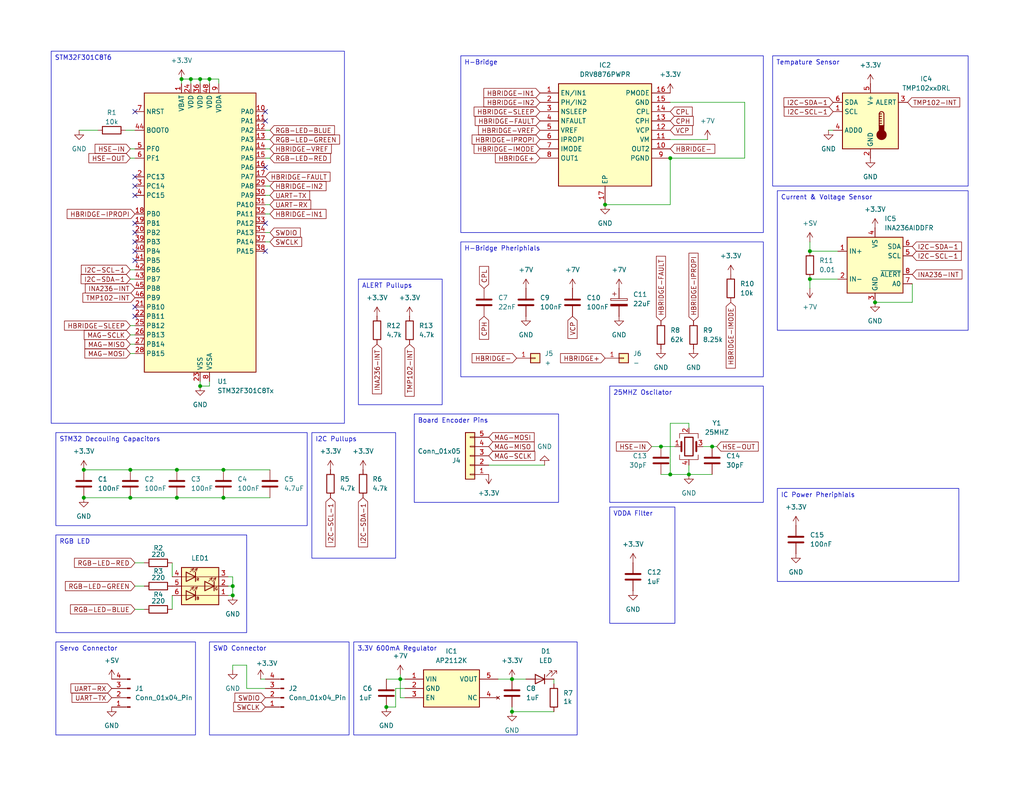
<source format=kicad_sch>
(kicad_sch (version 20250114) (generator "eeschema") (generator_version "9.0")
  (paper "USLetter")
  (lib_symbols
    (symbol "Connector:Conn_01x04_Pin" (pin_names (offset 1.016) (hide yes))
      (property "Reference" "J" (at 0 5.08 0))
      (property "Value" "Conn_01x04_Pin" (at 0 -7.62 0))
      (symbol "Conn_01x04_Pin_1_1"
        (pin passive line (at 5.08 2.54 180) (length 3.81) (name "Pin_1") (number "1"))
        (pin passive line (at 5.08 0 180) (length 3.81) (name "Pin_2") (number "2"))
        (pin passive line (at 5.08 -2.54 180) (length 3.81) (name "Pin_3") (number "3"))
        (pin passive line (at 5.08 -5.08 180) (length 3.81) (name "Pin_4") (number "4"))
      )
    )
    (symbol "Connector_Generic:Conn_01x01" (pin_names (offset 1.016) (hide yes))
      (property "Reference" "J" (at 0 2.54 0))
      (property "Value" "Conn_01x01" (at 0 -2.54 0))
      (symbol "Conn_01x01_1_1"
        (pin passive line (at -5.08 0 0) (length 3.81) (name "Pin_1") (number "1"))
      )
    )
    (symbol "Connector_Generic:Conn_01x05" (pin_names (offset 1.016) (hide yes))
      (property "Reference" "J" (at 0 7.62 0))
      (property "Value" "Conn_01x05" (at 0 -7.62 0))
      (symbol "Conn_01x05_1_1"
        (pin passive line (at -5.08 5.08 0) (length 3.81) (name "Pin_1") (number "1"))
        (pin passive line (at -5.08 2.54 0) (length 3.81) (name "Pin_2") (number "2"))
        (pin passive line (at -5.08 0 0) (length 3.81) (name "Pin_3") (number "3"))
        (pin passive line (at -5.08 -2.54 0) (length 3.81) (name "Pin_4") (number "4"))
        (pin passive line (at -5.08 -5.08 0) (length 3.81) (name "Pin_5") (number "5"))
      )
    )
    (symbol "Custom-Symbols:AP2112"
      (property "Reference" "IC" (at 20.574 7.62 0))
      (property "Value" "AP2112K" (at 20.574 5.08 0))
      (symbol "AP2112_1_1"
        (pin passive line (at 0 0 0) (length 5.08) (name "VIN") (number "1"))
        (pin passive line (at 0 -2.54 0) (length 5.08) (name "GND") (number "2"))
        (pin passive line (at 0 -5.08 0) (length 5.08) (name "EN") (number "3"))
        (pin passive line (at 25.4 0 180) (length 5.08) (name "VOUT") (number "5"))
        (pin no_connect line (at 25.4 -5.08 180) (length 5.08) (name "NC") (number "4"))
      )
    )
    (symbol "Custom-Symbols:DRV8876PWPR"
      (property "Reference" "PS" (at 31.75 7.62 0))
      (property "Value" "DRV8876PWPR" (at 31.75 5.08 0))
      (symbol "DRV8876PWPR_1_1"
        (pin passive line (at 0 0 0) (length 5.08) (name "EN/IN1") (number "1"))
        (pin passive line (at 0 -2.54 0) (length 5.08) (name "PH/IN2") (number "2"))
        (pin passive line (at 0 -5.08 0) (length 5.08) (name "NSLEEP") (number "3"))
        (pin passive line (at 0 -7.62 0) (length 5.08) (name "NFAULT") (number "4"))
        (pin passive line (at 0 -10.16 0) (length 5.08) (name "VREF") (number "5"))
        (pin passive line (at 0 -12.7 0) (length 5.08) (name "IPROPI") (number "6"))
        (pin passive line (at 0 -15.24 0) (length 5.08) (name "IMODE") (number "7"))
        (pin passive line (at 0 -17.78 0) (length 5.08) (name "OUT1") (number "8"))
        (pin passive line (at 17.78 -30.48 90) (length 5.08) (name "EP") (number "17"))
        (pin passive line (at 35.56 0 180) (length 5.08) (name "PMODE") (number "16"))
        (pin passive line (at 35.56 -2.54 180) (length 5.08) (name "GND") (number "15"))
        (pin passive line (at 35.56 -5.08 180) (length 5.08) (name "CPL") (number "14"))
        (pin passive line (at 35.56 -7.62 180) (length 5.08) (name "CPH") (number "13"))
        (pin passive line (at 35.56 -10.16 180) (length 5.08) (name "VCP") (number "12"))
        (pin passive line (at 35.56 -12.7 180) (length 5.08) (name "VM") (number "11"))
        (pin passive line (at 35.56 -15.24 180) (length 5.08) (name "OUT2") (number "10"))
        (pin passive line (at 35.56 -17.78 180) (length 5.08) (name "PGND") (number "9"))
      )
    )
    (symbol "Custom-Symbols:INA236AIDDFR"
      (property "Reference" "IC" (at 4.572 12.446 0))
      (property "Value" "INA236AIDDFR" (at 4.572 9.906 0))
      (symbol "INA236AIDDFR_1_1"
        (pin input line (at -10.16 3.81 0) (length 2.54) (name "IN+") (number "1"))
        (pin input line (at -10.16 -3.81 0) (length 2.54) (name "IN-") (number "2"))
        (pin power_in line (at 0 10.16 270) (length 2.54) (name "VS") (number "4"))
        (pin power_in line (at 0 -10.16 90) (length 2.54) (name "GND") (number "3"))
        (pin bidirectional line (at 10.16 5.08 180) (length 2.54) (name "SDA") (number "6"))
        (pin input line (at 10.16 2.54 180) (length 2.54) (name "SCL") (number "5"))
        (pin open_collector line (at 10.16 -2.54 180) (length 2.54) (name "~{ALERT}") (number "8"))
        (pin input line (at 10.16 -5.08 180) (length 2.54) (name "A0") (number "7"))
      )
    )
    (symbol "Custom-Symbols:RS-3535MWAR"
      (property "Reference" "LED" (at 0 6.35 0))
      (symbol "RS-3535MWAR_0_0"
        (text "B" (at -0.635 -3.3274 0) (effects (font (size 0.762 0.762))))
      )
      (symbol "RS-3535MWAR_1_1"
        (text "R" (at -0.635 1.8034 0) (effects (font (size 0.762 0.762))))
        (text "G" (at 4.4196 -0.7112 0) (effects (font (size 0.762 0.762))))
        (pin passive line (at -7.62 2.54 0) (length 2.54) (name "") (number "4"))
        (pin passive line (at -7.62 0 0) (length 2.54) (name "") (number "5"))
        (pin passive line (at -7.62 -2.54 0) (length 2.54) (name "") (number "6"))
        (pin passive line (at 7.62 2.54 180) (length 2.54) (name "") (number "3"))
        (pin passive line (at 7.62 0 180) (length 2.54) (name "") (number "2"))
        (pin passive line (at 7.62 -2.54 180) (length 2.54) (name "") (number "1"))
      )
    )
    (symbol "Device:C" (pin_numbers (hide yes)) (pin_names (offset 0.254))
      (property "Reference" "C" (at 0.635 2.54 0))
      (property "Value" "C" (at 0.635 -2.54 0))
      (symbol "C_1_1"
        (pin passive line (at 0 3.81 270) (length 2.794) (name "~") (number "1"))
        (pin passive line (at 0 -3.81 90) (length 2.794) (name "~") (number "2"))
      )
    )
    (symbol "Device:C_Polarized" (pin_numbers (hide yes)) (pin_names (offset 0.254))
      (property "Reference" "C" (at 0.635 2.54 0))
      (property "Value" "C_Polarized" (at 0.635 -2.54 0))
      (symbol "C_Polarized_1_1"
        (pin passive line (at 0 3.81 270) (length 2.794) (name "~") (number "1"))
        (pin passive line (at 0 -3.81 90) (length 2.794) (name "~") (number "2"))
      )
    )
    (symbol "Device:Crystal_GND24" (pin_names (offset 1.016) (hide yes))
      (property "Reference" "Y" (at 3.175 5.08 0))
      (property "Value" "Crystal_GND24" (at 3.175 3.175 0))
      (symbol "Crystal_GND24_1_1"
        (pin passive line (at -3.81 0 0) (length 1.27) (name "1") (number "1"))
        (pin passive line (at 0 5.08 270) (length 1.27) (name "2") (number "2"))
        (pin passive line (at 0 -5.08 90) (length 1.27) (name "4") (number "4"))
        (pin passive line (at 3.81 0 180) (length 1.27) (name "3") (number "3"))
      )
    )
    (symbol "Device:LED" (pin_numbers (hide yes)) (pin_names (offset 1.016) (hide yes))
      (property "Reference" "D" (at 0 2.54 0))
      (property "Value" "LED" (at 0 -2.54 0))
      (symbol "LED_1_1"
        (pin passive line (at -3.81 0 0) (length 2.54) (name "K") (number "1"))
        (pin passive line (at 3.81 0 180) (length 2.54) (name "A") (number "2"))
      )
    )
    (symbol "Device:R" (pin_numbers (hide yes)) (pin_names (offset 0))
      (property "Reference" "R" (at 2.032 0 90))
      (property "Value" "R" (at 0 0 90))
      (symbol "R_1_1"
        (pin passive line (at 0 3.81 270) (length 1.27) (name "~") (number "1"))
        (pin passive line (at 0 -3.81 90) (length 1.27) (name "~") (number "2"))
      )
    )
    (symbol "MCU_ST_STM32F3:STM32F301C8Tx"
      (property "Reference" "U" (at -15.24 39.37 0))
      (property "Value" "STM32F301C8Tx" (at 7.62 39.37 0))
      (symbol "STM32F301C8Tx_1_1"
        (pin input line (at -17.78 33.02 0) (length 2.54) (name "NRST") (number "7"))
        (pin input line (at -17.78 27.94 0) (length 2.54) (name "BOOT0") (number "44"))
        (pin bidirectional line (at -17.78 22.86 0) (length 2.54) (name "PF0") (number "5"))
        (pin bidirectional line (at -17.78 20.32 0) (length 2.54) (name "PF1") (number "6"))
        (pin bidirectional line (at -17.78 15.24 0) (length 2.54) (name "PC13") (number "2"))
        (pin bidirectional line (at -17.78 12.7 0) (length 2.54) (name "PC14") (number "3"))
        (pin bidirectional line (at -17.78 10.16 0) (length 2.54) (name "PC15") (number "4"))
        (pin bidirectional line (at -17.78 5.08 0) (length 2.54) (name "PB0") (number "18"))
        (pin bidirectional line (at -17.78 2.54 0) (length 2.54) (name "PB1") (number "19"))
        (pin bidirectional line (at -17.78 0 0) (length 2.54) (name "PB2") (number "20"))
        (pin bidirectional line (at -17.78 -2.54 0) (length 2.54) (name "PB3") (number "39"))
        (pin bidirectional line (at -17.78 -5.08 0) (length 2.54) (name "PB4") (number "40"))
        (pin bidirectional line (at -17.78 -7.62 0) (length 2.54) (name "PB5") (number "41"))
        (pin bidirectional line (at -17.78 -10.16 0) (length 2.54) (name "PB6") (number "42"))
        (pin bidirectional line (at -17.78 -12.7 0) (length 2.54) (name "PB7") (number "43"))
        (pin bidirectional line (at -17.78 -15.24 0) (length 2.54) (name "PB8") (number "45"))
        (pin bidirectional line (at -17.78 -17.78 0) (length 2.54) (name "PB9") (number "46"))
        (pin bidirectional line (at -17.78 -20.32 0) (length 2.54) (name "PB10") (number "21"))
        (pin bidirectional line (at -17.78 -22.86 0) (length 2.54) (name "PB11") (number "22"))
        (pin bidirectional line (at -17.78 -25.4 0) (length 2.54) (name "PB12") (number "25"))
        (pin bidirectional line (at -17.78 -27.94 0) (length 2.54) (name "PB13") (number "26"))
        (pin bidirectional line (at -17.78 -30.48 0) (length 2.54) (name "PB14") (number "27"))
        (pin bidirectional line (at -17.78 -33.02 0) (length 2.54) (name "PB15") (number "28"))
        (pin power_in line (at -5.08 40.64 270) (length 2.54) (name "VBAT") (number "1"))
        (pin power_in line (at -2.54 40.64 270) (length 2.54) (name "VDD") (number "24"))
        (pin power_in line (at 0 40.64 270) (length 2.54) (name "VDD") (number "36"))
        (pin power_in line (at 0 -40.64 90) (length 2.54) (name "VSS") (number "23"))
        (pin passive line (at 0 -40.64 90) (length 2.54) (hide yes) (name "VSS") (number "35"))
        (pin passive line (at 0 -40.64 90) (length 2.54) (hide yes) (name "VSS") (number "47"))
        (pin power_in line (at 2.54 40.64 270) (length 2.54) (name "VDD") (number "48"))
        (pin power_in line (at 2.54 -40.64 90) (length 2.54) (name "VSSA") (number "8"))
        (pin power_in line (at 5.08 40.64 270) (length 2.54) (name "VDDA") (number "9"))
        (pin bidirectional line (at 17.78 33.02 180) (length 2.54) (name "PA0") (number "10"))
        (pin bidirectional line (at 17.78 30.48 180) (length 2.54) (name "PA1") (number "11"))
        (pin bidirectional line (at 17.78 27.94 180) (length 2.54) (name "PA2") (number "12"))
        (pin bidirectional line (at 17.78 25.4 180) (length 2.54) (name "PA3") (number "13"))
        (pin bidirectional line (at 17.78 22.86 180) (length 2.54) (name "PA4") (number "14"))
        (pin bidirectional line (at 17.78 20.32 180) (length 2.54) (name "PA5") (number "15"))
        (pin bidirectional line (at 17.78 17.78 180) (length 2.54) (name "PA6") (number "16"))
        (pin bidirectional line (at 17.78 15.24 180) (length 2.54) (name "PA7") (number "17"))
        (pin bidirectional line (at 17.78 12.7 180) (length 2.54) (name "PA8") (number "29"))
        (pin bidirectional line (at 17.78 10.16 180) (length 2.54) (name "PA9") (number "30"))
        (pin bidirectional line (at 17.78 7.62 180) (length 2.54) (name "PA10") (number "31"))
        (pin bidirectional line (at 17.78 5.08 180) (length 2.54) (name "PA11") (number "32"))
        (pin bidirectional line (at 17.78 2.54 180) (length 2.54) (name "PA12") (number "33"))
        (pin bidirectional line (at 17.78 0 180) (length 2.54) (name "PA13") (number "34"))
        (pin bidirectional line (at 17.78 -2.54 180) (length 2.54) (name "PA14") (number "37"))
        (pin bidirectional line (at 17.78 -5.08 180) (length 2.54) (name "PA15") (number "38"))
      )
    )
    (symbol "Sensor_Temperature:TMP102xxDRL"
      (property "Reference" "U" (at -2.54 10.795 0))
      (property "Value" "TMP102xxDRL" (at -2.54 8.89 0))
      (symbol "TMP102xxDRL_1_1"
        (pin bidirectional line (at -10.16 5.08 0) (length 2.54) (name "SDA") (number "6"))
        (pin input line (at -10.16 2.54 0) (length 2.54) (name "SCL") (number "1"))
        (pin input line (at -10.16 -2.54 0) (length 2.54) (name "ADD0") (number "4"))
        (pin power_in line (at 0 10.16 270) (length 2.54) (name "V+") (number "5"))
        (pin power_in line (at 0 -10.16 90) (length 2.54) (name "GND") (number "2"))
        (pin open_collector line (at 10.16 5.08 180) (length 2.54) (name "ALERT") (number "3"))
      )
    )
    (symbol "power:+3.3V" (power) (pin_numbers (hide yes)) (pin_names (offset 0) (hide yes))
      (property "Value" "+3.3V" (at 0 3.556 0))
      (symbol "+3.3V_1_1"
        (pin power_in line (at 0 0 90) (length 0) (name "~") (number "1"))
      )
    )
    (symbol "power:+7.5V" (power) (pin_numbers (hide yes)) (pin_names (offset 0) (hide yes))
      (property "Value" "+7.5V" (at 0 3.556 0))
      (symbol "+7.5V_1_1"
        (pin power_in line (at 0 0 90) (length 0) (name "~") (number "1"))
      )
    )
    (symbol "power:GND" (power) (pin_numbers (hide yes)) (pin_names (offset 0) (hide yes))
      (property "Value" "GND" (at 0 -3.81 0))
      (symbol "GND_1_1"
        (pin power_in line (at 0 0 270) (length 0) (name "~") (number "1"))
      )
    )
  )
  (text_box "SWD Connector\n" (at 57.15 175.26 0) (size 38.1 25.4) (margins 0.9525 0.9525 0.9525 0.9525) (effects (font (size 1.27 1.27)) (justify left top)))
  (text_box "ALERT Pullups\n" (at 97.79 76.2 0) (size 22.86 34.29) (margins 0.9525 0.9525 0.9525 0.9525) (effects (font (size 1.27 1.27)) (justify left top)))
  (text_box "Tempature Sensor\n" (at 210.82 15.24 0) (size 53.34 35.56) (margins 0.9525 0.9525 0.9525 0.9525) (effects (font (size 1.27 1.27)) (justify left top)))
  (text_box "STM32 Decouling Capacitors" (at 15.24 118.11 0) (size 68.58 25.4) (margins 0.9525 0.9525 0.9525 0.9525) (effects (font (size 1.27 1.27)) (justify left top)))
  (text_box "Servo Connector\n\n" (at 15.24 175.26 0) (size 38.1 25.4) (margins 0.9525 0.9525 0.9525 0.9525) (effects (font (size 1.27 1.27)) (justify left top)))
  (text_box "Current & Voltage Sensor\n" (at 212.09 52.07 0) (size 52.07 38.1) (margins 0.9525 0.9525 0.9525 0.9525) (effects (font (size 1.27 1.27)) (justify left top)))
  (text_box "H-Bridge Pheriphials\n" (at 125.73 66.04 0) (size 82.55 36.83) (margins 0.9525 0.9525 0.9525 0.9525) (effects (font (size 1.27 1.27)) (justify left top)))
  (text_box "Board Encoder Pins\n" (at 113.03 113.03 0) (size 39.37 24.13) (margins 0.9525 0.9525 0.9525 0.9525) (effects (font (size 1.27 1.27)) (justify left top)))
  (text_box "25MHZ Oscilator" (at 166.37 105.41 0) (size 41.91 31.75) (margins 0.9525 0.9525 0.9525 0.9525) (effects (font (size 1.27 1.27)) (justify left top)))
  (text_box "H-Bridge" (at 125.73 15.24 0) (size 82.55 48.26) (margins 0.9525 0.9525 0.9525 0.9525) (effects (font (size 1.27 1.27)) (justify left top)))
  (text_box "I2C Pullups\n" (at 85.09 118.11 0) (size 22.86 34.29) (margins 0.9525 0.9525 0.9525 0.9525) (effects (font (size 1.27 1.27)) (justify left top)))
  (text_box "VDDA Filter\n" (at 166.37 138.43 0) (size 17.78 31.75) (margins 0.9525 0.9525 0.9525 0.9525) (effects (font (size 1.27 1.27)) (justify left top)))
  (text_box "STM32F301C8T6\n" (at 13.97 13.97 0) (size 80.01 101.6) (margins 0.9525 0.9525 0.9525 0.9525) (effects (font (size 1.27 1.27)) (justify left top)))
  (text_box "RGB LED\n" (at 15.24 146.05 0) (size 52.07 26.67) (margins 0.9525 0.9525 0.9525 0.9525) (effects (font (size 1.27 1.27)) (justify left top)))
  (text_box "IC Power Pheriphials\n" (at 212.09 133.35 0) (size 49.53 25.4) (margins 0.9525 0.9525 0.9525 0.9525) (effects (font (size 1.27 1.27)) (justify left top)))
  (text_box "3.3V 600mA Regulator\n" (at 96.52 175.26 0) (size 60.96 25.4) (margins 0.9525 0.9525 0.9525 0.9525) (effects (font (size 1.27 1.27)) (justify left top)))
  (junction (at 48.26 135.89))
  (junction (at 60.96 128.27))
  (junction (at 182.88 43.18))
  (junction (at 22.86 135.89))
  (junction (at 238.76 82.55))
  (junction (at 54.61 105.41))
  (junction (at 35.56 128.27))
  (junction (at 220.98 76.2))
  (junction (at 187.96 129.54))
  (junction (at 139.7 194.31))
  (junction (at 52.07 21.59))
  (junction (at 139.7 185.42))
  (junction (at 63.5 160.02))
  (junction (at 109.22 185.42))
  (junction (at 49.53 21.59))
  (junction (at 105.41 193.04))
  (junction (at 194.31 121.92))
  (junction (at 180.34 121.92))
  (junction (at 48.26 128.27))
  (junction (at 22.86 128.27))
  (junction (at 220.98 68.58))
  (junction (at 57.15 21.59))
  (junction (at 60.96 135.89))
  (junction (at 182.88 129.54))
  (junction (at 54.61 21.59))
  (junction (at 35.56 135.89))
  (junction (at 63.5 162.56))
  (junction (at 165.1 55.88))
  (no_connect (at 72.39 45.72))
  (no_connect (at 36.83 71.12))
  (no_connect (at 36.83 68.58))
  (no_connect (at 36.83 53.34))
  (no_connect (at 72.39 30.48))
  (no_connect (at 36.83 60.96))
  (no_connect (at 36.83 83.82))
  (no_connect (at 36.83 50.8))
  (no_connect (at 72.39 33.02))
  (no_connect (at 36.83 86.36))
  (no_connect (at 72.39 60.96))
  (no_connect (at 36.83 30.48))
  (no_connect (at 72.39 68.58))
  (no_connect (at 36.83 66.04))
  (no_connect (at 36.83 48.26))
  (no_connect (at 36.83 63.5))
  (wire (pts (xy 105.41 185.42) (xy 109.22 185.42)))
  (wire (pts (xy 187.96 127) (xy 187.96 129.54)))
  (wire (pts (xy 220.98 78.74) (xy 220.98 76.2)))
  (wire (pts (xy 187.96 115.57) (xy 182.88 115.57)))
  (wire (pts (xy 67.31 187.96) (xy 72.39 187.96)))
  (wire (pts (xy 35.56 73.66) (xy 36.83 73.66)))
  (wire (pts (xy 107.95 187.96) (xy 110.49 187.96)))
  (wire (pts (xy 63.5 182.88) (xy 63.5 181.61)))
  (wire (pts (xy 63.5 157.48) (xy 63.5 160.02)))
  (wire (pts (xy 203.2 43.18) (xy 182.88 43.18)))
  (wire (pts (xy 57.15 21.59) (xy 59.69 21.59)))
  (wire (pts (xy 49.53 21.59) (xy 52.07 21.59)))
  (wire (pts (xy 54.61 105.41) (xy 54.61 104.14)))
  (wire (pts (xy 105.41 193.04) (xy 107.95 193.04)))
  (wire (pts (xy 182.88 129.54) (xy 187.96 129.54)))
  (wire (pts (xy 57.15 21.59) (xy 57.15 22.86)))
  (wire (pts (xy 48.26 128.27) (xy 60.96 128.27)))
  (wire (pts (xy 59.69 22.86) (xy 59.69 21.59)))
  (wire (pts (xy 73.66 40.64) (xy 72.39 40.64)))
  (wire (pts (xy 34.29 35.56) (xy 36.83 35.56)))
  (wire (pts (xy 36.83 153.67) (xy 39.37 153.67)))
  (wire (pts (xy 180.34 129.54) (xy 182.88 129.54)))
  (wire (pts (xy 62.23 157.48) (xy 63.5 157.48)))
  (wire (pts (xy 46.99 153.67) (xy 46.99 157.48)))
  (wire (pts (xy 180.34 121.92) (xy 184.15 121.92)))
  (wire (pts (xy 52.07 21.59) (xy 52.07 22.86)))
  (wire (pts (xy 35.56 135.89) (xy 48.26 135.89)))
  (wire (pts (xy 220.98 76.2) (xy 228.6 76.2)))
  (wire (pts (xy 73.66 63.5) (xy 72.39 63.5)))
  (wire (pts (xy 148.59 127) (xy 133.35 127)))
  (wire (pts (xy 60.96 128.27) (xy 73.66 128.27)))
  (wire (pts (xy 182.88 27.94) (xy 203.2 27.94)))
  (wire (pts (xy 35.56 91.44) (xy 36.83 91.44)))
  (wire (pts (xy 73.66 35.56) (xy 72.39 35.56)))
  (wire (pts (xy 73.66 66.04) (xy 72.39 66.04)))
  (wire (pts (xy 226.06 35.56) (xy 227.33 35.56)))
  (wire (pts (xy 21.59 35.56) (xy 26.67 35.56)))
  (wire (pts (xy 67.31 181.61) (xy 67.31 187.96)))
  (wire (pts (xy 46.99 166.37) (xy 46.99 162.56)))
  (wire (pts (xy 193.04 38.1) (xy 182.88 38.1)))
  (wire (pts (xy 220.98 68.58) (xy 228.6 68.58)))
  (wire (pts (xy 63.5 162.56) (xy 62.23 162.56)))
  (wire (pts (xy 107.95 193.04) (xy 107.95 187.96)))
  (wire (pts (xy 35.56 96.52) (xy 36.83 96.52)))
  (wire (pts (xy 109.22 185.42) (xy 110.49 185.42)))
  (wire (pts (xy 71.12 185.42) (xy 72.39 185.42)))
  (wire (pts (xy 35.56 128.27) (xy 48.26 128.27)))
  (wire (pts (xy 22.86 128.27) (xy 35.56 128.27)))
  (wire (pts (xy 135.89 185.42) (xy 139.7 185.42)))
  (wire (pts (xy 73.66 55.88) (xy 72.39 55.88)))
  (wire (pts (xy 36.83 160.02) (xy 39.37 160.02)))
  (wire (pts (xy 143.51 185.42) (xy 139.7 185.42)))
  (wire (pts (xy 177.8 121.92) (xy 180.34 121.92)))
  (wire (pts (xy 49.53 21.59) (xy 49.53 22.86)))
  (wire (pts (xy 63.5 160.02) (xy 63.5 162.56)))
  (wire (pts (xy 195.58 121.92) (xy 194.31 121.92)))
  (wire (pts (xy 57.15 104.14) (xy 57.15 105.41)))
  (wire (pts (xy 35.56 88.9) (xy 36.83 88.9)))
  (wire (pts (xy 73.66 43.18) (xy 72.39 43.18)))
  (wire (pts (xy 182.88 115.57) (xy 182.88 129.54)))
  (wire (pts (xy 62.23 160.02) (xy 63.5 160.02)))
  (wire (pts (xy 36.83 166.37) (xy 39.37 166.37)))
  (wire (pts (xy 194.31 121.92) (xy 191.77 121.92)))
  (wire (pts (xy 63.5 181.61) (xy 67.31 181.61)))
  (wire (pts (xy 248.92 77.47) (xy 248.92 82.55)))
  (wire (pts (xy 54.61 21.59) (xy 57.15 21.59)))
  (wire (pts (xy 36.83 40.64) (xy 35.56 40.64)))
  (wire (pts (xy 248.92 82.55) (xy 238.76 82.55)))
  (wire (pts (xy 73.66 58.42) (xy 72.39 58.42)))
  (wire (pts (xy 35.56 43.18) (xy 36.83 43.18)))
  (wire (pts (xy 48.26 135.89) (xy 60.96 135.89)))
  (wire (pts (xy 73.66 53.34) (xy 72.39 53.34)))
  (wire (pts (xy 139.7 194.31) (xy 151.13 194.31)))
  (wire (pts (xy 35.56 93.98) (xy 36.83 93.98)))
  (wire (pts (xy 151.13 185.42) (xy 151.13 186.69)))
  (wire (pts (xy 165.1 55.88) (xy 182.88 55.88)))
  (wire (pts (xy 203.2 27.94) (xy 203.2 43.18)))
  (wire (pts (xy 35.56 76.2) (xy 36.83 76.2)))
  (wire (pts (xy 109.22 184.15) (xy 109.22 185.42)))
  (wire (pts (xy 187.96 116.84) (xy 187.96 115.57)))
  (wire (pts (xy 220.98 66.04) (xy 220.98 68.58)))
  (wire (pts (xy 73.66 50.8) (xy 72.39 50.8)))
  (wire (pts (xy 110.49 190.5) (xy 109.22 190.5)))
  (wire (pts (xy 54.61 105.41) (xy 57.15 105.41)))
  (wire (pts (xy 54.61 21.59) (xy 54.61 22.86)))
  (wire (pts (xy 73.66 38.1) (xy 72.39 38.1)))
  (wire (pts (xy 60.96 135.89) (xy 73.66 135.89)))
  (wire (pts (xy 52.07 21.59) (xy 54.61 21.59)))
  (wire (pts (xy 194.31 129.54) (xy 187.96 129.54)))
  (wire (pts (xy 182.88 43.18) (xy 182.88 55.88)))
  (wire (pts (xy 22.86 135.89) (xy 35.56 135.89)))
  (wire (pts (xy 139.7 194.31) (xy 139.7 193.04)))
  (wire (pts (xy 109.22 185.42) (xy 109.22 190.5)))
  (global_label "I2C-SCL-1" (shape input) (at 35.56 73.66 180) (property "Intersheetrefs" "${INTERSHEET_REFS}" (effects (hide yes))))
  (global_label "HBRIDGE+" (shape input) (at 147.32 43.18 180) (property "Intersheetrefs" "${INTERSHEET_REFS}" (effects (hide yes))))
  (global_label "HBRIDGE-FAULT" (shape input) (at 147.32 33.02 180) (property "Intersheetrefs" "${INTERSHEET_REFS}" (effects (hide yes))))
  (global_label "HSE-OUT" (shape input) (at 195.58 121.92 0) (property "Intersheetrefs" "${INTERSHEET_REFS}" (effects (hide yes))))
  (global_label "MAG-SCLK" (shape input) (at 133.35 124.46 0) (property "Intersheetrefs" "${INTERSHEET_REFS}" (effects (hide yes))))
  (global_label "HBRIDGE-SLEEP" (shape input) (at 35.56 88.9 180) (property "Intersheetrefs" "${INTERSHEET_REFS}" (effects (hide yes))))
  (global_label "INA236-INT" (shape input) (at 36.83 78.74 180) (property "Intersheetrefs" "${INTERSHEET_REFS}" (effects (hide yes))))
  (global_label "CPL" (shape input) (at 132.08 78.74 90) (property "Intersheetrefs" "${INTERSHEET_REFS}" (effects (hide yes))))
  (global_label "HSE-IN" (shape input) (at 35.56 40.64 180) (property "Intersheetrefs" "${INTERSHEET_REFS}" (effects (hide yes))))
  (global_label "RGB-LED-RED" (shape input) (at 36.83 153.67 180) (property "Intersheetrefs" "${INTERSHEET_REFS}" (effects (hide yes))))
  (global_label "HBRIDGE-" (shape input) (at 140.97 97.79 180) (property "Intersheetrefs" "${INTERSHEET_REFS}" (effects (hide yes))))
  (global_label "HBRIDGE-VREF" (shape input) (at 73.66 40.64 0) (property "Intersheetrefs" "${INTERSHEET_REFS}" (effects (hide yes))))
  (global_label "HBRIDGE-IPROPI" (shape input) (at 147.32 38.1 180) (property "Intersheetrefs" "${INTERSHEET_REFS}" (effects (hide yes))))
  (global_label "MAG-MOSI" (shape input) (at 35.56 96.52 180) (property "Intersheetrefs" "${INTERSHEET_REFS}" (effects (hide yes))))
  (global_label "I2C-SCL-1" (shape input) (at 90.17 135.89 270) (property "Intersheetrefs" "${INTERSHEET_REFS}" (effects (hide yes))))
  (global_label "I2C-SDA-1" (shape input) (at 35.56 76.2 180) (property "Intersheetrefs" "${INTERSHEET_REFS}" (effects (hide yes))))
  (global_label "HBRIDGE-VREF" (shape input) (at 147.32 35.56 180) (property "Intersheetrefs" "${INTERSHEET_REFS}" (effects (hide yes))))
  (global_label "HSE-OUT" (shape input) (at 35.56 43.18 180) (property "Intersheetrefs" "${INTERSHEET_REFS}" (effects (hide yes))))
  (global_label "HBRIDGE-IMODE" (shape input) (at 147.32 40.64 180) (property "Intersheetrefs" "${INTERSHEET_REFS}" (effects (hide yes))))
  (global_label "RGB-LED-GREEN" (shape input) (at 73.66 38.1 0) (property "Intersheetrefs" "${INTERSHEET_REFS}" (effects (hide yes))))
  (global_label "HBRIDGE-IN1" (shape input) (at 147.32 25.4 180) (property "Intersheetrefs" "${INTERSHEET_REFS}" (effects (hide yes))))
  (global_label "UART-RX" (shape input) (at 30.48 187.96 180) (property "Intersheetrefs" "${INTERSHEET_REFS}" (effects (hide yes))))
  (global_label "HBRIDGE-IN1" (shape input) (at 73.66 58.42 0) (property "Intersheetrefs" "${INTERSHEET_REFS}" (effects (hide yes))))
  (global_label "HBRIDGE-FAULT" (shape input) (at 72.39 48.26 0) (property "Intersheetrefs" "${INTERSHEET_REFS}" (effects (hide yes))))
  (global_label "VCP" (shape input) (at 156.21 86.36 270) (property "Intersheetrefs" "${INTERSHEET_REFS}" (effects (hide yes))))
  (global_label "HSE-IN" (shape input) (at 177.8 121.92 180) (property "Intersheetrefs" "${INTERSHEET_REFS}" (effects (hide yes))))
  (global_label "MAG-SCLK" (shape input) (at 35.56 91.44 180) (property "Intersheetrefs" "${INTERSHEET_REFS}" (effects (hide yes))))
  (global_label "HBRIDGE+" (shape input) (at 165.1 97.79 180) (property "Intersheetrefs" "${INTERSHEET_REFS}" (effects (hide yes))))
  (global_label "RGB-LED-BLUE" (shape input) (at 73.66 35.56 0) (property "Intersheetrefs" "${INTERSHEET_REFS}" (effects (hide yes))))
  (global_label "UART-RX" (shape input) (at 73.66 55.88 0) (property "Intersheetrefs" "${INTERSHEET_REFS}" (effects (hide yes))))
  (global_label "I2C-SCL-1" (shape input) (at 227.33 30.48 180) (property "Intersheetrefs" "${INTERSHEET_REFS}" (effects (hide yes))))
  (global_label "HBRIDGE-IPROPI" (shape input) (at 36.83 58.42 180) (property "Intersheetrefs" "${INTERSHEET_REFS}" (effects (hide yes))))
  (global_label "CPL" (shape input) (at 182.88 30.48 0) (property "Intersheetrefs" "${INTERSHEET_REFS}" (effects (hide yes))))
  (global_label "SWDIO" (shape input) (at 73.66 63.5 0) (property "Intersheetrefs" "${INTERSHEET_REFS}" (effects (hide yes))))
  (global_label "I2C-SCL-1" (shape input) (at 248.92 69.85 0) (property "Intersheetrefs" "${INTERSHEET_REFS}" (effects (hide yes))))
  (global_label "INA236-INT" (shape input) (at 248.92 74.93 0) (property "Intersheetrefs" "${INTERSHEET_REFS}" (effects (hide yes))))
  (global_label "I2C-SDA-1" (shape input) (at 227.33 27.94 180) (property "Intersheetrefs" "${INTERSHEET_REFS}" (effects (hide yes))))
  (global_label "UART-TX" (shape input) (at 30.48 190.5 180) (property "Intersheetrefs" "${INTERSHEET_REFS}" (effects (hide yes))))
  (global_label "CPH" (shape input) (at 132.08 86.36 270) (property "Intersheetrefs" "${INTERSHEET_REFS}" (effects (hide yes))))
  (global_label "TMP102-INT" (shape input) (at 111.76 93.98 270) (property "Intersheetrefs" "${INTERSHEET_REFS}" (effects (hide yes))))
  (global_label "MAG-MOSI" (shape input) (at 133.35 119.38 0) (property "Intersheetrefs" "${INTERSHEET_REFS}" (effects (hide yes))))
  (global_label "RGB-LED-BLUE" (shape input) (at 36.83 166.37 180) (property "Intersheetrefs" "${INTERSHEET_REFS}" (effects (hide yes))))
  (global_label "I2C-SDA-1" (shape input) (at 99.06 135.89 270) (property "Intersheetrefs" "${INTERSHEET_REFS}" (effects (hide yes))))
  (global_label "MAG-MISO" (shape input) (at 35.56 93.98 180) (property "Intersheetrefs" "${INTERSHEET_REFS}" (effects (hide yes))))
  (global_label "MAG-MISO" (shape input) (at 133.35 121.92 0) (property "Intersheetrefs" "${INTERSHEET_REFS}" (effects (hide yes))))
  (global_label "TMP102-INT" (shape input) (at 247.65 27.94 0) (property "Intersheetrefs" "${INTERSHEET_REFS}" (effects (hide yes))))
  (global_label "HBRIDGE-IN2" (shape input) (at 147.32 27.94 180) (property "Intersheetrefs" "${INTERSHEET_REFS}" (effects (hide yes))))
  (global_label "HBRIDGE-IPROPI" (shape input) (at 189.23 87.63 90) (property "Intersheetrefs" "${INTERSHEET_REFS}" (effects (hide yes))))
  (global_label "HBRIDGE-FAULT" (shape input) (at 180.34 87.63 90) (property "Intersheetrefs" "${INTERSHEET_REFS}" (effects (hide yes))))
  (global_label "HBRIDGE-IN2" (shape input) (at 73.66 50.8 0) (property "Intersheetrefs" "${INTERSHEET_REFS}" (effects (hide yes))))
  (global_label "I2C-SDA-1" (shape input) (at 248.92 67.31 0) (property "Intersheetrefs" "${INTERSHEET_REFS}" (effects (hide yes))))
  (global_label "UART-TX" (shape input) (at 73.66 53.34 0) (property "Intersheetrefs" "${INTERSHEET_REFS}" (effects (hide yes))))
  (global_label "TMP102-INT" (shape input) (at 36.83 81.28 180) (property "Intersheetrefs" "${INTERSHEET_REFS}" (effects (hide yes))))
  (global_label "SWCLK" (shape input) (at 72.39 193.04 180) (property "Intersheetrefs" "${INTERSHEET_REFS}" (effects (hide yes))))
  (global_label "CPH" (shape input) (at 182.88 33.02 0) (property "Intersheetrefs" "${INTERSHEET_REFS}" (effects (hide yes))))
  (global_label "RGB-LED-RED" (shape input) (at 73.66 43.18 0) (property "Intersheetrefs" "${INTERSHEET_REFS}" (effects (hide yes))))
  (global_label "HBRIDGE-IMODE" (shape input) (at 199.39 82.55 270) (property "Intersheetrefs" "${INTERSHEET_REFS}" (effects (hide yes))))
  (global_label "HBRIDGE-" (shape input) (at 182.88 40.64 0) (property "Intersheetrefs" "${INTERSHEET_REFS}" (effects (hide yes))))
  (global_label "INA236-INT" (shape input) (at 102.87 93.98 270) (property "Intersheetrefs" "${INTERSHEET_REFS}" (effects (hide yes))))
  (global_label "HBRIDGE-SLEEP" (shape input) (at 147.32 30.48 180) (property "Intersheetrefs" "${INTERSHEET_REFS}" (effects (hide yes))))
  (global_label "VCP" (shape input) (at 182.88 35.56 0) (property "Intersheetrefs" "${INTERSHEET_REFS}" (effects (hide yes))))
  (global_label "SWCLK" (shape input) (at 73.66 66.04 0) (property "Intersheetrefs" "${INTERSHEET_REFS}" (effects (hide yes))))
  (global_label "RGB-LED-GREEN" (shape input) (at 36.83 160.02 180) (property "Intersheetrefs" "${INTERSHEET_REFS}" (effects (hide yes))))
  (global_label "SWDIO" (shape input) (at 72.39 190.5 180) (property "Intersheetrefs" "${INTERSHEET_REFS}" (effects (hide yes))))
  (symbol (lib_id "Device:R") (at 90.17 132.08 0) (unit 1)
    (property "Reference" "R5" (at 92.71 130.8099 0) (effects (justify left)))
    (property "Value" "4.7k" (at 92.71 133.3499 0) (effects (justify left)))
    (property "Footprint" "Resistor_SMD:R_0402_1005Metric" (effects (hide yes)))
    (property "Description" "Resistor" (effects (hide yes)))
  )
  (symbol (lib_id "power:+3.3V") (at 90.17 128.27 0) (unit 1)
    (property "Reference" "#PWR011" (effects (hide yes)))
    (property "Value" "+3.3V" (at 90.17 123.19 0))
    (property "Description" "Power symbol creates a global label with name \"+3.3V\"" (effects (hide yes)))
  )
  (symbol (lib_id "power:GND") (at 168.91 86.36 0) (unit 1)
    (property "Reference" "#PWR026" (effects (hide yes)))
    (property "Value" "GND" (at 168.91 91.44 0))
    (property "Description" "Power symbol creates a global label with name \"GND\" , ground" (effects (hide yes)))
  )
  (symbol (lib_id "power:GND") (at 105.41 193.04 0) (unit 1)
    (property "Reference" "#PWR013" (effects (hide yes)))
    (property "Value" "GND" (at 105.41 198.12 0))
    (property "Description" "Power symbol creates a global label with name \"GND\" , ground" (effects (hide yes)))
  )
  (symbol (lib_id "power:GND") (at 180.34 95.25 0) (unit 1)
    (property "Reference" "#PWR029" (effects (hide yes)))
    (property "Value" "GND" (at 180.34 100.33 0))
    (property "Description" "Power symbol creates a global label with name \"GND\" , ground" (effects (hide yes)))
  )
  (symbol (lib_id "Device:C") (at 217.17 147.32 0) (unit 1)
    (property "Reference" "C15" (at 220.98 146.0499 0) (effects (justify left)))
    (property "Value" "100nF" (at 220.98 148.5899 0) (effects (justify left)))
    (property "Footprint" "Capacitor_SMD:C_0402_1005Metric" (effects (hide yes)))
    (property "Description" "Unpolarized capacitor" (effects (hide yes)))
  )
  (symbol (lib_id "power:+3.3V") (at 199.39 74.93 0) (unit 1)
    (property "Reference" "#PWR034" (effects (hide yes)))
    (property "Value" "+3.3V" (at 199.39 69.85 0))
    (property "Description" "Power symbol creates a global label with name \"+3.3V\"" (effects (hide yes)))
  )
  (symbol (lib_id "Device:C_Polarized") (at 168.91 82.55 0) (unit 1)
    (property "Reference" "C11" (at 172.72 80.3909 0) (effects (justify left)))
    (property "Value" "22uF" (at 172.72 82.9309 0) (effects (justify left)))
    (property "Footprint" "Capacitor_THT:CP_Radial_D4.0mm_P1.50mm" (effects (hide yes)))
    (property "Description" "Polarized capacitor" (effects (hide yes)))
  )
  (symbol (lib_id "Device:R") (at 102.87 90.17 0) (unit 1)
    (property "Reference" "R12" (at 105.41 88.8999 0) (effects (justify left)))
    (property "Value" "4.7k" (at 105.41 91.4399 0) (effects (justify left)))
    (property "Footprint" "Resistor_SMD:R_0402_1005Metric" (effects (hide yes)))
    (property "Description" "Resistor" (effects (hide yes)))
  )
  (symbol (lib_id "power:GND") (at 172.72 161.29 0) (unit 1)
    (property "Reference" "#PWR028" (effects (hide yes)))
    (property "Value" "GND" (at 172.72 166.37 0))
    (property "Description" "Power symbol creates a global label with name \"GND\" , ground" (effects (hide yes)))
  )
  (symbol (lib_id "Device:R") (at 220.98 72.39 0) (unit 1)
    (property "Reference" "R11" (at 223.52 71.1199 0) (effects (justify left)))
    (property "Value" "0.01" (at 223.52 73.6599 0) (effects (justify left)))
    (property "Footprint" "Resistor_SMD:R_1206_3216Metric" (effects (hide yes)))
    (property "Description" "Resistor" (effects (hide yes)))
  )
  (symbol (lib_id "Device:C") (at 156.21 82.55 0) (unit 1)
    (property "Reference" "C10" (at 160.02 81.2799 0) (effects (justify left)))
    (property "Value" "100nF" (at 160.02 83.8199 0) (effects (justify left)))
    (property "Footprint" "Capacitor_SMD:C_0402_1005Metric" (effects (hide yes)))
    (property "Description" "Unpolarized capacitor" (effects (hide yes)))
  )
  (symbol (lib_id "power:GND") (at 187.96 129.54 0) (unit 1)
    (property "Reference" "#PWR031" (effects (hide yes)))
    (property "Value" "GND" (at 187.96 134.62 0))
    (property "Description" "Power symbol creates a global label with name \"GND\" , ground" (effects (hide yes)))
  )
  (symbol (lib_id "power:GND") (at 143.51 86.36 0) (unit 1)
    (property "Reference" "#PWR021" (effects (hide yes)))
    (property "Value" "GND" (at 143.51 91.44 0))
    (property "Description" "Power symbol creates a global label with name \"GND\" , ground" (effects (hide yes)))
  )
  (symbol (lib_id "Device:R") (at 43.18 160.02 270) (unit 1)
    (property "Reference" "R3" (at 43.18 155.956 90))
    (property "Value" "220" (at 43.18 157.734 90))
    (property "Footprint" "Resistor_SMD:R_0402_1005Metric" (effects (hide yes)))
    (property "Description" "Resistor" (effects (hide yes)))
  )
  (symbol (lib_id "Device:Crystal_GND24") (at 187.96 121.92 0) (unit 1)
    (property "Reference" "Y1" (at 195.58 115.4998 0))
    (property "Value" "25MHZ" (at 195.58 118.0398 0))
    (property "Footprint" "Crystal:Crystal_SMD_3225-4Pin_3.2x2.5mm" (effects (hide yes)))
    (property "Description" "Four pin crystal, GND on pins 2 and 4" (effects (hide yes)))
  )
  (symbol (lib_id "Device:R") (at 30.48 35.56 90) (unit 1)
    (property "Reference" "R1" (at 30.48 30.734 90))
    (property "Value" "10k" (at 30.48 33.274 90))
    (property "Footprint" "Resistor_SMD:R_0402_1005Metric" (effects (hide yes)))
    (property "Description" "Resistor" (effects (hide yes)))
  )
  (symbol (lib_id "power:GND") (at 226.06 35.56 0) (unit 1)
    (property "Reference" "#PWR039" (effects (hide yes)))
    (property "Value" "GND" (at 226.06 40.64 0))
    (property "Description" "Power symbol creates a global label with name \"GND\" , ground" (effects (hide yes)))
  )
  (symbol (lib_id "Device:C") (at 132.08 82.55 0) (unit 1)
    (property "Reference" "C7" (at 135.89 81.2799 0) (effects (justify left)))
    (property "Value" "22nF" (at 135.89 83.8199 0) (effects (justify left)))
    (property "Footprint" "Capacitor_SMD:C_0402_1005Metric" (effects (hide yes)))
    (property "Description" "Unpolarized capacitor" (effects (hide yes)))
  )
  (symbol (lib_id "power:GND") (at 139.7 194.31 0) (unit 1)
    (property "Reference" "#PWR018" (effects (hide yes)))
    (property "Value" "GND" (at 139.7 199.39 0))
    (property "Description" "Power symbol creates a global label with name \"GND\" , ground" (effects (hide yes)))
  )
  (symbol (lib_id "power:GND") (at 54.61 105.41 0) (unit 1)
    (property "Reference" "#PWR07" (effects (hide yes)))
    (property "Value" "GND" (at 54.61 110.49 0))
    (property "Description" "Power symbol creates a global label with name \"GND\" , ground" (effects (hide yes)))
  )
  (symbol (lib_id "Device:C") (at 73.66 132.08 0) (unit 1)
    (property "Reference" "C5" (at 77.47 130.8099 0) (effects (justify left)))
    (property "Value" "4.7uF" (at 77.47 133.3499 0) (effects (justify left)))
    (property "Footprint" "Capacitor_SMD:C_0603_1608Metric" (effects (hide yes)))
    (property "Description" "Unpolarized capacitor" (effects (hide yes)))
  )
  (symbol (lib_id "Device:C") (at 180.34 125.73 0) (mirror y) (unit 1)
    (property "Reference" "C13" (at 176.53 124.4599 0) (effects (justify left)))
    (property "Value" "30pF" (at 176.53 126.9999 0) (effects (justify left)))
    (property "Footprint" "Capacitor_SMD:C_0402_1005Metric" (effects (hide yes)))
    (property "Description" "Unpolarized capacitor" (effects (hide yes)))
  )
  (symbol (lib_id "Connector:Conn_01x04_Pin") (at 77.47 190.5 180) (unit 1)
    (property "Reference" "J2" (at 78.74 187.9599 0) (effects (justify right)))
    (property "Value" "Conn_01x04_Pin" (at 78.74 190.4999 0) (effects (justify right)))
    (property "Footprint" "Connector_PinSocket_2.54mm:PinSocket_1x04_P2.54mm_Vertical" (effects (hide yes)))
    (property "Description" "Generic connector, single row, 01x04, script generated" (effects (hide yes)))
  )
  (symbol (lib_id "MCU_ST_STM32F3:STM32F301C8Tx") (at 54.61 63.5 0) (unit 1)
    (property "Reference" "U1" (at 59.2933 104.14 0) (effects (justify left)))
    (property "Value" "STM32F301C8Tx" (at 59.2933 106.68 0) (effects (justify left)))
    (property "Footprint" "Package_QFP:LQFP-48_7x7mm_P0.5mm" (effects (hide yes)))
    (property "Datasheet" "https://www.st.com/resource/en/datasheet/stm32f301c8.pdf" (effects (hide yes)))
    (property "Description" "STMicroelectronics Arm Cortex-M4 MCU, 64KB flash, 16KB RAM, 72 MHz, 2.0-3.6V, 37 GPIO, LQFP48" (effects (hide yes)))
  )
  (symbol (lib_id "power:+3.3V") (at 220.98 66.04 0) (unit 1)
    (property "Reference" "#PWR037" (effects (hide yes)))
    (property "Value" "+SV" (at 220.98 60.96 0))
    (property "Description" "Power symbol creates a global label with name \"+3.3V\"" (effects (hide yes)))
  )
  (symbol (lib_id "Device:C") (at 22.86 132.08 0) (unit 1)
    (property "Reference" "C1" (at 26.67 130.8099 0) (effects (justify left)))
    (property "Value" "100nF" (at 26.67 133.3499 0) (effects (justify left)))
    (property "Footprint" "Capacitor_SMD:C_0402_1005Metric" (effects (hide yes)))
    (property "Description" "Unpolarized capacitor" (effects (hide yes)))
  )
  (symbol (lib_id "power:+3.3V") (at 172.72 153.67 0) (unit 1)
    (property "Reference" "#PWR027" (effects (hide yes)))
    (property "Value" "+3.3V" (at 172.72 148.59 0))
    (property "Description" "Power symbol creates a global label with name \"+3.3V\"" (effects (hide yes)))
  )
  (symbol (lib_id "Device:C") (at 60.96 132.08 0) (unit 1)
    (property "Reference" "C4" (at 64.77 130.8099 0) (effects (justify left)))
    (property "Value" "100nF" (at 64.77 133.3499 0) (effects (justify left)))
    (property "Footprint" "Capacitor_SMD:C_0402_1005Metric" (effects (hide yes)))
    (property "Description" "Unpolarized capacitor" (effects (hide yes)))
  )
  (symbol (lib_id "power:GND") (at 148.59 127 180) (unit 1)
    (property "Reference" "#PWR022" (effects (hide yes)))
    (property "Value" "GND" (at 148.59 121.92 0))
    (property "Description" "Power symbol creates a global label with name \"GND\" , ground" (effects (hide yes)))
  )
  (symbol (lib_id "Device:C") (at 35.56 132.08 0) (unit 1)
    (property "Reference" "C2" (at 39.37 130.8099 0) (effects (justify left)))
    (property "Value" "100nF" (at 39.37 133.3499 0) (effects (justify left)))
    (property "Footprint" "Capacitor_SMD:C_0402_1005Metric" (effects (hide yes)))
    (property "Description" "Unpolarized capacitor" (effects (hide yes)))
  )
  (symbol (lib_id "Connector:Conn_01x04_Pin") (at 35.56 190.5 180) (unit 1)
    (property "Reference" "J1" (at 36.83 187.9599 0) (effects (justify right)))
    (property "Value" "Conn_01x04_Pin" (at 36.83 190.4999 0) (effects (justify right)))
    (property "Footprint" "Connector_PinHeader_2.54mm:PinHeader_1x04_P2.54mm_Horizontal" (effects (hide yes)))
    (property "Description" "Generic connector, single row, 01x04, script generated" (effects (hide yes)))
  )
  (symbol (lib_id "power:+3.3V") (at 237.49 22.86 0) (unit 1)
    (property "Reference" "#PWR042" (effects (hide yes)))
    (property "Value" "+3.3V" (at 237.49 17.78 0))
    (property "Description" "Power symbol creates a global label with name \"+3.3V\"" (effects (hide yes)))
  )
  (symbol (lib_id "Device:C") (at 48.26 132.08 0) (unit 1)
    (property "Reference" "C3" (at 52.07 130.8099 0) (effects (justify left)))
    (property "Value" "100nF" (at 52.07 133.3499 0) (effects (justify left)))
    (property "Footprint" "Capacitor_SMD:C_0402_1005Metric" (effects (hide yes)))
    (property "Description" "Unpolarized capacitor" (effects (hide yes)))
  )
  (symbol (lib_id "Device:C") (at 194.31 125.73 0) (unit 1)
    (property "Reference" "C14" (at 198.12 124.4599 0) (effects (justify left)))
    (property "Value" "30pF" (at 198.12 126.9999 0) (effects (justify left)))
    (property "Footprint" "Capacitor_SMD:C_0402_1005Metric" (effects (hide yes)))
    (property "Description" "Unpolarized capacitor" (effects (hide yes)))
  )
  (symbol (lib_id "power:GND") (at 165.1 55.88 0) (unit 1)
    (property "Reference" "#PWR024" (effects (hide yes)))
    (property "Value" "GND" (at 165.1 60.96 0))
    (property "Description" "Power symbol creates a global label with name \"GND\" , ground" (effects (hide yes)))
  )
  (symbol (lib_id "Custom-Symbols:AP2112") (at 110.49 185.42 0) (unit 1)
    (property "Reference" "IC1" (at 123.19 177.8 0))
    (property "Value" "AP2112K" (at 123.19 180.34 0))
    (property "Footprint" "Custom-Footprints:SOT95P285X140-5N" (effects (hide yes)))
    (property "Datasheet" "https://www.diodes.com//assets/Datasheets/AP2112.pdf" (effects (hide yes)))
    (property "Description" "600mA 3.3V LDO Regulator Enable SOT23-5 DiodesZetex AP2112K-3.3TRG1, LDO Voltage Regulator, 3.3 V +/-1.5%, 2.5  6 Vin, 5-Pin SOT-23" (effects (hide yes)))
    (property "Height" "1.4" (effects (hide yes)))
    (property "Mouser Part Number" "621-AP2112K-3.3TRG1" (effects (hide yes)))
    (property "Mouser Price/Stock" "https://www.mouser.co.uk/ProductDetail/Diodes-Incorporated/AP2112K-3.3TRG1?qs=x6A8l6qLYDDPYHosCdzh%2FA%3D%3D" (effects (hide yes)))
    (property "Manufacturer_Name" "Diodes Incorporated" (effects (hide yes)))
    (property "Manufacturer_Part_Number" "AP2112K-3.3TRG1" (effects (hide yes)))
  )
  (symbol (lib_id "power:+3.3V") (at 111.76 86.36 0) (unit 1)
    (property "Reference" "#PWR047" (effects (hide yes)))
    (property "Value" "+3.3V" (at 111.76 81.28 0))
    (property "Description" "Power symbol creates a global label with name \"+3.3V\"" (effects (hide yes)))
  )
  (symbol (lib_id "Device:R") (at 43.18 153.67 270) (unit 1)
    (property "Reference" "R2" (at 43.18 149.606 90))
    (property "Value" "220" (at 43.18 151.384 90))
    (property "Footprint" "Resistor_SMD:R_0402_1005Metric" (effects (hide yes)))
    (property "Description" "Resistor" (effects (hide yes)))
  )
  (symbol (lib_id "power:+3.3V") (at 109.22 184.15 0) (unit 1)
    (property "Reference" "#PWR014" (effects (hide yes)))
    (property "Value" "+7V" (at 109.22 179.07 0))
    (property "Description" "Power symbol creates a global label with name \"+3.3V\"" (effects (hide yes)))
  )
  (symbol (lib_id "Custom-Symbols:RS-3535MWAR") (at 54.61 160.02 0) (unit 1)
    (property "Reference" "LED1" (at 54.61 152.4 0))
    (property "Footprint" "Custom-Footprints:Untitled_1" (effects (hide yes)))
  )
  (symbol (lib_id "power:GND") (at 21.59 35.56 0) (unit 1)
    (property "Reference" "#PWR01" (effects (hide yes)))
    (property "Value" "GND" (at 21.59 40.64 0))
    (property "Description" "Power symbol creates a global label with name \"GND\" , ground" (effects (hide yes)))
  )
  (symbol (lib_id "Device:C") (at 143.51 82.55 0) (unit 1)
    (property "Reference" "C9" (at 147.32 81.2799 0) (effects (justify left)))
    (property "Value" "100nF" (at 147.32 83.8199 0) (effects (justify left)))
    (property "Footprint" "Capacitor_SMD:C_0402_1005Metric" (effects (hide yes)))
    (property "Description" "Unpolarized capacitor" (effects (hide yes)))
  )
  (symbol (lib_id "Device:C") (at 139.7 189.23 0) (unit 1)
    (property "Reference" "C8" (at 143.51 187.9599 0) (effects (justify left)))
    (property "Value" "1uF" (at 143.51 190.4999 0) (effects (justify left)))
    (property "Footprint" "Capacitor_SMD:C_0402_1005Metric" (effects (hide yes)))
    (property "Description" "Unpolarized capacitor" (effects (hide yes)))
  )
  (symbol (lib_id "power:+3.3V") (at 143.51 78.74 0) (unit 1)
    (property "Reference" "#PWR020" (effects (hide yes)))
    (property "Value" "+7V" (at 143.51 73.66 0))
    (property "Description" "Power symbol creates a global label with name \"+3.3V\"" (effects (hide yes)))
  )
  (symbol (lib_id "Device:R") (at 43.18 166.37 270) (unit 1)
    (property "Reference" "R4" (at 43.18 162.306 90))
    (property "Value" "220" (at 43.18 164.084 90))
    (property "Footprint" "Resistor_SMD:R_0402_1005Metric" (effects (hide yes)))
    (property "Description" "Resistor" (effects (hide yes)))
  )
  (symbol (lib_id "power:+3.3V") (at 238.76 62.23 0) (unit 1)
    (property "Reference" "#PWR044" (effects (hide yes)))
    (property "Value" "+3.3V" (at 238.76 57.15 0))
    (property "Description" "Power symbol creates a global label with name \"+3.3V\"" (effects (hide yes)))
  )
  (symbol (lib_id "Device:C") (at 105.41 189.23 0) (mirror y) (unit 1)
    (property "Reference" "C6" (at 101.6 187.9599 0) (effects (justify left)))
    (property "Value" "1uF" (at 101.6 190.4999 0) (effects (justify left)))
    (property "Footprint" "Capacitor_SMD:C_0402_1005Metric" (effects (hide yes)))
    (property "Description" "Unpolarized capacitor" (effects (hide yes)))
  )
  (symbol (lib_id "power:+3.3V") (at 168.91 78.74 0) (unit 1)
    (property "Reference" "#PWR025" (effects (hide yes)))
    (property "Value" "+7V" (at 168.91 73.66 0))
    (property "Description" "Power symbol creates a global label with name \"+3.3V\"" (effects (hide yes)))
  )
  (symbol (lib_id "power:+3.3V") (at 102.87 86.36 0) (unit 1)
    (property "Reference" "#PWR046" (effects (hide yes)))
    (property "Value" "+3.3V" (at 102.87 81.28 0))
    (property "Description" "Power symbol creates a global label with name \"+3.3V\"" (effects (hide yes)))
  )
  (symbol (lib_id "Device:R") (at 189.23 91.44 0) (unit 1)
    (property "Reference" "R9" (at 191.77 90.1699 0) (effects (justify left)))
    (property "Value" "8.25k" (at 191.77 92.7099 0) (effects (justify left)))
    (property "Footprint" "Resistor_SMD:R_0402_1005Metric" (effects (hide yes)))
    (property "Description" "Resistor" (effects (hide yes)))
  )
  (symbol (lib_id "power:GND") (at 237.49 43.18 0) (unit 1)
    (property "Reference" "#PWR043" (effects (hide yes)))
    (property "Value" "GND" (at 237.49 48.26 0))
    (property "Description" "Power symbol creates a global label with name \"GND\" , ground" (effects (hide yes)))
  )
  (symbol (lib_id "Device:LED") (at 147.32 185.42 180) (unit 1)
    (property "Reference" "D1" (at 148.9075 177.8 0))
    (property "Value" "LED" (at 148.9075 180.34 0))
    (property "Footprint" "LED_SMD:LED_0603_1608Metric" (effects (hide yes)))
    (property "Description" "Light emitting diode" (effects (hide yes)))
    (property "Sim.Pins" "1=K 2=A" (effects (hide yes)))
  )
  (symbol (lib_id "power:+3.3V") (at 22.86 128.27 0) (unit 1)
    (property "Reference" "#PWR02" (effects (hide yes)))
    (property "Value" "+3.3V" (at 22.86 123.19 0))
    (property "Description" "Power symbol creates a global label with name \"+3.3V\"" (effects (hide yes)))
  )
  (symbol (lib_id "Connector_Generic:Conn_01x01") (at 146.05 97.79 0) (unit 1)
    (property "Reference" "J5" (at 148.59 96.5199 0) (effects (justify left)))
    (property "Value" "+" (at 148.59 99.0599 0) (effects (justify left)))
    (property "Footprint" "Connector_Wire:SolderWire-0.1sqmm_1x01_D0.4mm_OD1mm" (effects (hide yes)))
    (property "Description" "Generic connector, single row, 01x01, script generated (kicad-library-utils/schlib/autogen/connector/)" (effects (hide yes)))
  )
  (symbol (lib_id "power:+3.3V") (at 71.12 185.42 0) (unit 1)
    (property "Reference" "#PWR010" (effects (hide yes)))
    (property "Value" "+3.3V" (at 69.85 181.102 0) (effects (justify left)))
    (property "Description" "Power symbol creates a global label with name \"+3.3V\"" (effects (hide yes)))
  )
  (symbol (lib_id "power:GND") (at 30.48 193.04 0) (unit 1)
    (property "Reference" "#PWR05" (effects (hide yes)))
    (property "Value" "GND" (at 30.48 198.12 0))
    (property "Description" "Power symbol creates a global label with name \"GND\" , ground" (effects (hide yes)))
  )
  (symbol (lib_id "power:+3.3V") (at 156.21 78.74 0) (unit 1)
    (property "Reference" "#PWR023" (effects (hide yes)))
    (property "Value" "+7V" (at 156.21 73.66 0))
    (property "Description" "Power symbol creates a global label with name \"+3.3V\"" (effects (hide yes)))
  )
  (symbol (lib_id "power:+7.5V") (at 220.98 78.74 180) (unit 1)
    (property "Reference" "#PWR038" (effects (hide yes)))
    (property "Value" "+7V" (at 220.98 83.82 0))
    (property "Description" "Power symbol creates a global label with name \"+7.5V\"" (effects (hide yes)))
  )
  (symbol (lib_id "power:GND") (at 63.5 182.88 0) (unit 1)
    (property "Reference" "#PWR09" (effects (hide yes)))
    (property "Value" "GND" (at 63.5 187.96 0))
    (property "Description" "Power symbol creates a global label with name \"GND\" , ground" (effects (hide yes)))
  )
  (symbol (lib_id "power:+3.3V") (at 30.48 185.42 0) (unit 1)
    (property "Reference" "#PWR04" (effects (hide yes)))
    (property "Value" "+SV" (at 30.48 180.34 0))
    (property "Description" "Power symbol creates a global label with name \"+3.3V\"" (effects (hide yes)))
  )
  (symbol (lib_id "power:+3.3V") (at 182.88 25.4 0) (unit 1)
    (property "Reference" "#PWR030" (effects (hide yes)))
    (property "Value" "+3.3V" (at 182.88 20.32 0))
    (property "Description" "Power symbol creates a global label with name \"+3.3V\"" (effects (hide yes)))
  )
  (symbol (lib_id "power:+3.3V") (at 217.17 143.51 0) (unit 1)
    (property "Reference" "#PWR035" (effects (hide yes)))
    (property "Value" "+3.3V" (at 217.17 138.43 0))
    (property "Description" "Power symbol creates a global label with name \"+3.3V\"" (effects (hide yes)))
  )
  (symbol (lib_id "power:GND") (at 238.76 82.55 0) (unit 1)
    (property "Reference" "#PWR045" (effects (hide yes)))
    (property "Value" "GND" (at 238.76 87.63 0))
    (property "Description" "Power symbol creates a global label with name \"GND\" , ground" (effects (hide yes)))
  )
  (symbol (lib_id "power:+3.3V") (at 99.06 128.27 0) (unit 1)
    (property "Reference" "#PWR012" (effects (hide yes)))
    (property "Value" "+3.3V" (at 99.06 123.19 0))
    (property "Description" "Power symbol creates a global label with name \"+3.3V\"" (effects (hide yes)))
  )
  (symbol (lib_id "Device:R") (at 199.39 78.74 0) (unit 1)
    (property "Reference" "R10" (at 201.93 77.4699 0) (effects (justify left)))
    (property "Value" "10k" (at 201.93 80.0099 0) (effects (justify left)))
    (property "Footprint" "Resistor_SMD:R_0402_1005Metric" (effects (hide yes)))
    (property "Description" "Resistor" (effects (hide yes)))
  )
  (symbol (lib_id "power:+7.5V") (at 193.04 38.1 0) (unit 1)
    (property "Reference" "#PWR033" (effects (hide yes)))
    (property "Value" "+7V" (at 193.04 33.02 0))
    (property "Description" "Power symbol creates a global label with name \"+7.5V\"" (effects (hide yes)))
  )
  (symbol (lib_id "power:GND") (at 189.23 95.25 0) (unit 1)
    (property "Reference" "#PWR032" (effects (hide yes)))
    (property "Value" "GND" (at 189.23 100.33 0))
    (property "Description" "Power symbol creates a global label with name \"GND\" , ground" (effects (hide yes)))
  )
  (symbol (lib_id "power:+3.3V") (at 49.53 21.59 0) (unit 1)
    (property "Reference" "#PWR06" (effects (hide yes)))
    (property "Value" "+3.3V" (at 49.53 16.51 0))
    (property "Description" "Power symbol creates a global label with name \"+3.3V\"" (effects (hide yes)))
  )
  (symbol (lib_id "Custom-Symbols:DRV8876PWPR") (at 147.32 25.4 0) (unit 1)
    (property "Reference" "IC2" (at 165.1 17.78 0))
    (property "Value" "DRV8876PWPR" (at 165.1 20.32 0))
    (property "Footprint" "Custom-Footprints:SOP65P640X120-17N" (effects (hide yes)))
    (property "Datasheet" "http://www.ti.com/lit/ds/symlink/drv8876.pdf" (effects (hide yes)))
    (property "Description" "37-V, 3.5-A brushed DC motor driver with integrated current sensing and current sense output" (effects (hide yes)))
    (property "Height" "1.2" (effects (hide yes)))
    (property "Mouser Part Number" "595-DRV8876PWPR" (effects (hide yes)))
    (property "Mouser Price/Stock" "https://www.mouser.co.uk/ProductDetail/Texas-Instruments/DRV8876PWPR?qs=PqoDHHvF64%252BBALOlUWTZeA%3D%3D" (effects (hide yes)))
    (property "Manufacturer_Name" "Texas Instruments" (effects (hide yes)))
    (property "Manufacturer_Part_Number" "DRV8876PWPR" (effects (hide yes)))
  )
  (symbol (lib_id "Sensor_Temperature:TMP102xxDRL") (at 237.49 33.02 0) (unit 1)
    (property "Reference" "IC4" (at 252.73 21.5198 0))
    (property "Value" "TMP102xxDRL" (at 252.73 24.0598 0))
    (property "Footprint" "Package_TO_SOT_SMD:SOT-563" (effects (hide yes)))
    (property "Datasheet" "https://www.ti.com/lit/ds/symlink/tmp102.pdf" (effects (hide yes)))
    (property "Description" "Digital Temperature Sensor, ±3°C, low-Power, SMBus, 12 bit, Two-Wire Serial Interface, SOT-563" (effects (hide yes)))
  )
  (symbol (lib_id "power:GND") (at 63.5 162.56 0) (unit 1)
    (property "Reference" "#PWR08" (effects (hide yes)))
    (property "Value" "GND" (at 63.5 167.64 0))
    (property "Description" "Power symbol creates a global label with name \"GND\" , ground" (effects (hide yes)))
  )
  (symbol (lib_id "Device:R") (at 151.13 190.5 0) (unit 1)
    (property "Reference" "R7" (at 153.67 189.2299 0) (effects (justify left)))
    (property "Value" "1k" (at 153.67 191.516 0) (effects (justify left)))
    (property "Footprint" "Resistor_SMD:R_0402_1005Metric" (effects (hide yes)))
    (property "Description" "Resistor" (effects (hide yes)))
  )
  (symbol (lib_id "power:GND") (at 217.17 151.13 0) (unit 1)
    (property "Reference" "#PWR036" (effects (hide yes)))
    (property "Value" "GND" (at 217.17 156.21 0))
    (property "Description" "Power symbol creates a global label with name \"GND\" , ground" (effects (hide yes)))
  )
  (symbol (lib_id "power:+3.3V") (at 133.35 129.54 180) (unit 1)
    (property "Reference" "#PWR015" (effects (hide yes)))
    (property "Value" "+3.3V" (at 133.35 134.62 0))
    (property "Description" "Power symbol creates a global label with name \"+3.3V\"" (effects (hide yes)))
  )
  (symbol (lib_id "Connector_Generic:Conn_01x01") (at 170.18 97.79 0) (unit 1)
    (property "Reference" "J6" (at 172.72 96.5199 0) (effects (justify left)))
    (property "Value" "-" (at 172.72 99.0599 0) (effects (justify left)))
    (property "Footprint" "Connector_Wire:SolderWire-0.1sqmm_1x01_D0.4mm_OD1mm" (effects (hide yes)))
    (property "Description" "Generic connector, single row, 01x01, script generated (kicad-library-utils/schlib/autogen/connector/)" (effects (hide yes)))
  )
  (symbol (lib_id "power:GND") (at 22.86 135.89 0) (unit 1)
    (property "Reference" "#PWR03" (effects (hide yes)))
    (property "Value" "GND" (at 22.86 140.97 0))
    (property "Description" "Power symbol creates a global label with name \"GND\" , ground" (effects (hide yes)))
  )
  (symbol (lib_id "Device:R") (at 111.76 90.17 0) (unit 1)
    (property "Reference" "R13" (at 114.3 88.8999 0) (effects (justify left)))
    (property "Value" "4.7k" (at 114.3 91.4399 0) (effects (justify left)))
    (property "Footprint" "Resistor_SMD:R_0402_1005Metric" (effects (hide yes)))
    (property "Description" "Resistor" (effects (hide yes)))
  )
  (symbol (lib_id "Device:R") (at 99.06 132.08 0) (unit 1)
    (property "Reference" "R6" (at 101.6 130.8099 0) (effects (justify left)))
    (property "Value" "4.7k" (at 101.6 133.3499 0) (effects (justify left)))
    (property "Footprint" "Resistor_SMD:R_0402_1005Metric" (effects (hide yes)))
    (property "Description" "Resistor" (effects (hide yes)))
  )
  (symbol (lib_id "Custom-Symbols:INA236AIDDFR") (at 238.76 72.39 0) (unit 1)
    (property "Reference" "IC5" (at 241.3 59.69 0) (effects (justify left)))
    (property "Value" "INA236AIDDFR" (at 241.3 62.23 0) (effects (justify left)))
    (property "Footprint" "Custom-Footprints:SOP65P280X110-8N" (effects (hide yes)))
    (property "Datasheet" "https://www.ti.com/lit/ds/symlink/ina232.pdf?ts=1699312390876&ref_url=https%253A%252F%252Fwww.ti.com%252Fproduct%252FINA232%253Futm_source%253Dgoogle%2526utm_medium%253Dcpc%2526utm_campaign%253Dasc-null-null-GPN_EN-cpc-pf-google-wwe_cons%2526utm_content%2" (effects (hide yes)))
    (property "Description" "Current & Power Monitors & Regulators 48-V, 16-bit high-precision IC output digital power monitor with alert" (effects (hide yes)))
    (property "Height" "1.1" (effects (hide yes)))
    (property "Mouser Part Number" "595-INA232BIDDFR" (effects (hide yes)))
    (property "Mouser Price/Stock" "https://www.mouser.co.uk/ProductDetail/Texas-Instruments/INA232BIDDFR?qs=17ckDYBRdelmwH1njZdaQw%3D%3D" (effects (hide yes)))
    (property "Manufacturer_Name" "Texas Instruments" (effects (hide yes)))
    (property "Manufacturer_Part_Number" "INA232BIDDFR" (effects (hide yes)))
  )
  (symbol (lib_id "Device:C") (at 172.72 157.48 0) (unit 1)
    (property "Reference" "C12" (at 176.53 156.2099 0) (effects (justify left)))
    (property "Value" "1uF" (at 176.53 158.7499 0) (effects (justify left)))
    (property "Footprint" "Capacitor_SMD:C_0402_1005Metric" (effects (hide yes)))
    (property "Description" "Unpolarized capacitor" (effects (hide yes)))
  )
  (symbol (lib_id "power:+3.3V") (at 139.7 185.42 0) (unit 1)
    (property "Reference" "#PWR017" (effects (hide yes)))
    (property "Value" "+3.3V" (at 139.7 180.34 0))
    (property "Description" "Power symbol creates a global label with name \"+3.3V\"" (effects (hide yes)))
  )
  (symbol (lib_id "Device:R") (at 180.34 91.44 0) (unit 1)
    (property "Reference" "R8" (at 182.88 90.1699 0) (effects (justify left)))
    (property "Value" "62k" (at 182.88 92.7099 0) (effects (justify left)))
    (property "Footprint" "Resistor_SMD:R_0402_1005Metric" (effects (hide yes)))
    (property "Description" "Resistor" (effects (hide yes)))
  )
  (symbol (lib_id "Connector_Generic:Conn_01x05") (at 128.27 124.46 180) (unit 1)
    (property "Reference" "J4" (at 125.73 125.7301 0) (effects (justify left)))
    (property "Value" "Conn_01x05" (at 125.73 123.1901 0) (effects (justify left)))
    (property "Footprint" "Connector_PinHeader_2.00mm:PinHeader_1x05_P2.00mm_Vertical" (effects (hide yes)))
    (property "Description" "Generic connector, single row, 01x05, script generated (kicad-library-utils/schlib/autogen/connector/)" (effects (hide yes)))
  )
)
</source>
